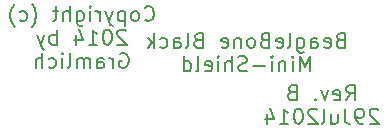
<source format=gbo>
%FSLAX34Y34*%
G04 Gerber Fmt 3.4, Leading zero omitted, Abs format*
G04 (created by PCBNEW (2014-jan-25)-product) date Tue 29 Jul 2014 10:47:11 AM PDT*
%MOIN*%
G01*
G70*
G90*
G04 APERTURE LIST*
%ADD10C,0.003937*%
%ADD11C,0.008000*%
G04 APERTURE END LIST*
G54D10*
G54D11*
X41595Y-53648D02*
X41619Y-53672D01*
X41690Y-53696D01*
X41738Y-53696D01*
X41809Y-53672D01*
X41857Y-53624D01*
X41880Y-53577D01*
X41904Y-53481D01*
X41904Y-53410D01*
X41880Y-53315D01*
X41857Y-53267D01*
X41809Y-53220D01*
X41738Y-53196D01*
X41690Y-53196D01*
X41619Y-53220D01*
X41595Y-53243D01*
X41309Y-53696D02*
X41357Y-53672D01*
X41380Y-53648D01*
X41404Y-53600D01*
X41404Y-53458D01*
X41380Y-53410D01*
X41357Y-53386D01*
X41309Y-53362D01*
X41238Y-53362D01*
X41190Y-53386D01*
X41166Y-53410D01*
X41142Y-53458D01*
X41142Y-53600D01*
X41166Y-53648D01*
X41190Y-53672D01*
X41238Y-53696D01*
X41309Y-53696D01*
X40928Y-53362D02*
X40928Y-53862D01*
X40928Y-53386D02*
X40880Y-53362D01*
X40785Y-53362D01*
X40738Y-53386D01*
X40714Y-53410D01*
X40690Y-53458D01*
X40690Y-53600D01*
X40714Y-53648D01*
X40738Y-53672D01*
X40785Y-53696D01*
X40880Y-53696D01*
X40928Y-53672D01*
X40523Y-53362D02*
X40404Y-53696D01*
X40285Y-53362D02*
X40404Y-53696D01*
X40452Y-53815D01*
X40476Y-53839D01*
X40523Y-53862D01*
X40095Y-53696D02*
X40095Y-53362D01*
X40095Y-53458D02*
X40071Y-53410D01*
X40047Y-53386D01*
X39999Y-53362D01*
X39952Y-53362D01*
X39785Y-53696D02*
X39785Y-53362D01*
X39785Y-53196D02*
X39809Y-53220D01*
X39785Y-53243D01*
X39761Y-53220D01*
X39785Y-53196D01*
X39785Y-53243D01*
X39333Y-53362D02*
X39333Y-53767D01*
X39357Y-53815D01*
X39380Y-53839D01*
X39428Y-53862D01*
X39500Y-53862D01*
X39547Y-53839D01*
X39333Y-53672D02*
X39380Y-53696D01*
X39476Y-53696D01*
X39523Y-53672D01*
X39547Y-53648D01*
X39571Y-53600D01*
X39571Y-53458D01*
X39547Y-53410D01*
X39523Y-53386D01*
X39476Y-53362D01*
X39380Y-53362D01*
X39333Y-53386D01*
X39095Y-53696D02*
X39095Y-53196D01*
X38880Y-53696D02*
X38880Y-53434D01*
X38904Y-53386D01*
X38952Y-53362D01*
X39023Y-53362D01*
X39071Y-53386D01*
X39095Y-53410D01*
X38714Y-53362D02*
X38523Y-53362D01*
X38642Y-53196D02*
X38642Y-53624D01*
X38619Y-53672D01*
X38571Y-53696D01*
X38523Y-53696D01*
X37833Y-53886D02*
X37857Y-53862D01*
X37904Y-53791D01*
X37928Y-53743D01*
X37952Y-53672D01*
X37976Y-53553D01*
X37976Y-53458D01*
X37952Y-53339D01*
X37928Y-53267D01*
X37904Y-53220D01*
X37857Y-53148D01*
X37833Y-53124D01*
X37428Y-53672D02*
X37476Y-53696D01*
X37571Y-53696D01*
X37619Y-53672D01*
X37642Y-53648D01*
X37666Y-53600D01*
X37666Y-53458D01*
X37642Y-53410D01*
X37619Y-53386D01*
X37571Y-53362D01*
X37476Y-53362D01*
X37428Y-53386D01*
X37261Y-53886D02*
X37238Y-53862D01*
X37190Y-53791D01*
X37166Y-53743D01*
X37142Y-53672D01*
X37119Y-53553D01*
X37119Y-53458D01*
X37142Y-53339D01*
X37166Y-53267D01*
X37190Y-53220D01*
X37238Y-53148D01*
X37261Y-53124D01*
X40964Y-54023D02*
X40940Y-54000D01*
X40892Y-53976D01*
X40773Y-53976D01*
X40726Y-54000D01*
X40702Y-54023D01*
X40678Y-54071D01*
X40678Y-54119D01*
X40702Y-54190D01*
X40988Y-54476D01*
X40678Y-54476D01*
X40369Y-53976D02*
X40321Y-53976D01*
X40273Y-54000D01*
X40250Y-54023D01*
X40226Y-54071D01*
X40202Y-54166D01*
X40202Y-54285D01*
X40226Y-54380D01*
X40250Y-54428D01*
X40273Y-54452D01*
X40321Y-54476D01*
X40369Y-54476D01*
X40416Y-54452D01*
X40440Y-54428D01*
X40464Y-54380D01*
X40488Y-54285D01*
X40488Y-54166D01*
X40464Y-54071D01*
X40440Y-54023D01*
X40416Y-54000D01*
X40369Y-53976D01*
X39726Y-54476D02*
X40011Y-54476D01*
X39869Y-54476D02*
X39869Y-53976D01*
X39916Y-54047D01*
X39964Y-54095D01*
X40011Y-54119D01*
X39297Y-54142D02*
X39297Y-54476D01*
X39416Y-53952D02*
X39535Y-54309D01*
X39226Y-54309D01*
X38654Y-54476D02*
X38654Y-53976D01*
X38654Y-54166D02*
X38607Y-54142D01*
X38511Y-54142D01*
X38464Y-54166D01*
X38440Y-54190D01*
X38416Y-54238D01*
X38416Y-54380D01*
X38440Y-54428D01*
X38464Y-54452D01*
X38511Y-54476D01*
X38607Y-54476D01*
X38654Y-54452D01*
X38249Y-54142D02*
X38130Y-54476D01*
X38011Y-54142D02*
X38130Y-54476D01*
X38178Y-54595D01*
X38202Y-54619D01*
X38249Y-54642D01*
X40773Y-54780D02*
X40821Y-54756D01*
X40892Y-54756D01*
X40964Y-54780D01*
X41011Y-54827D01*
X41035Y-54875D01*
X41059Y-54970D01*
X41059Y-55041D01*
X41035Y-55137D01*
X41011Y-55184D01*
X40964Y-55232D01*
X40892Y-55256D01*
X40845Y-55256D01*
X40773Y-55232D01*
X40750Y-55208D01*
X40750Y-55041D01*
X40845Y-55041D01*
X40535Y-55256D02*
X40535Y-54922D01*
X40535Y-55018D02*
X40511Y-54970D01*
X40488Y-54946D01*
X40440Y-54922D01*
X40392Y-54922D01*
X40011Y-55256D02*
X40011Y-54994D01*
X40035Y-54946D01*
X40083Y-54922D01*
X40178Y-54922D01*
X40226Y-54946D01*
X40011Y-55232D02*
X40059Y-55256D01*
X40178Y-55256D01*
X40226Y-55232D01*
X40250Y-55184D01*
X40250Y-55137D01*
X40226Y-55089D01*
X40178Y-55065D01*
X40059Y-55065D01*
X40011Y-55041D01*
X39773Y-55256D02*
X39773Y-54922D01*
X39773Y-54970D02*
X39750Y-54946D01*
X39702Y-54922D01*
X39630Y-54922D01*
X39583Y-54946D01*
X39559Y-54994D01*
X39559Y-55256D01*
X39559Y-54994D02*
X39535Y-54946D01*
X39488Y-54922D01*
X39416Y-54922D01*
X39369Y-54946D01*
X39345Y-54994D01*
X39345Y-55256D01*
X39035Y-55256D02*
X39083Y-55232D01*
X39107Y-55184D01*
X39107Y-54756D01*
X38845Y-55256D02*
X38845Y-54922D01*
X38845Y-54756D02*
X38869Y-54780D01*
X38845Y-54803D01*
X38821Y-54780D01*
X38845Y-54756D01*
X38845Y-54803D01*
X38392Y-55232D02*
X38440Y-55256D01*
X38535Y-55256D01*
X38583Y-55232D01*
X38607Y-55208D01*
X38630Y-55160D01*
X38630Y-55018D01*
X38607Y-54970D01*
X38583Y-54946D01*
X38535Y-54922D01*
X38440Y-54922D01*
X38392Y-54946D01*
X38178Y-55256D02*
X38178Y-54756D01*
X37964Y-55256D02*
X37964Y-54994D01*
X37988Y-54946D01*
X38035Y-54922D01*
X38107Y-54922D01*
X38154Y-54946D01*
X38178Y-54970D01*
X48309Y-56336D02*
X48476Y-56098D01*
X48595Y-56336D02*
X48595Y-55836D01*
X48404Y-55836D01*
X48357Y-55860D01*
X48333Y-55883D01*
X48309Y-55931D01*
X48309Y-56002D01*
X48333Y-56050D01*
X48357Y-56074D01*
X48404Y-56098D01*
X48595Y-56098D01*
X47904Y-56312D02*
X47952Y-56336D01*
X48047Y-56336D01*
X48095Y-56312D01*
X48119Y-56264D01*
X48119Y-56074D01*
X48095Y-56026D01*
X48047Y-56002D01*
X47952Y-56002D01*
X47904Y-56026D01*
X47880Y-56074D01*
X47880Y-56121D01*
X48119Y-56169D01*
X47714Y-56002D02*
X47595Y-56336D01*
X47476Y-56002D01*
X47285Y-56288D02*
X47261Y-56312D01*
X47285Y-56336D01*
X47309Y-56312D01*
X47285Y-56288D01*
X47285Y-56336D01*
X46500Y-56074D02*
X46428Y-56098D01*
X46404Y-56121D01*
X46380Y-56169D01*
X46380Y-56240D01*
X46404Y-56288D01*
X46428Y-56312D01*
X46476Y-56336D01*
X46666Y-56336D01*
X46666Y-55836D01*
X46500Y-55836D01*
X46452Y-55860D01*
X46428Y-55883D01*
X46404Y-55931D01*
X46404Y-55979D01*
X46428Y-56026D01*
X46452Y-56050D01*
X46500Y-56074D01*
X46666Y-56074D01*
X49380Y-56663D02*
X49357Y-56640D01*
X49309Y-56616D01*
X49190Y-56616D01*
X49142Y-56640D01*
X49119Y-56663D01*
X49095Y-56711D01*
X49095Y-56759D01*
X49119Y-56830D01*
X49404Y-57116D01*
X49095Y-57116D01*
X48857Y-57116D02*
X48761Y-57116D01*
X48714Y-57092D01*
X48690Y-57068D01*
X48642Y-56997D01*
X48619Y-56901D01*
X48619Y-56711D01*
X48642Y-56663D01*
X48666Y-56640D01*
X48714Y-56616D01*
X48809Y-56616D01*
X48857Y-56640D01*
X48880Y-56663D01*
X48904Y-56711D01*
X48904Y-56830D01*
X48880Y-56878D01*
X48857Y-56901D01*
X48809Y-56925D01*
X48714Y-56925D01*
X48666Y-56901D01*
X48642Y-56878D01*
X48619Y-56830D01*
X48261Y-56616D02*
X48261Y-56973D01*
X48285Y-57044D01*
X48333Y-57092D01*
X48404Y-57116D01*
X48452Y-57116D01*
X47809Y-56782D02*
X47809Y-57116D01*
X48023Y-56782D02*
X48023Y-57044D01*
X48000Y-57092D01*
X47952Y-57116D01*
X47880Y-57116D01*
X47833Y-57092D01*
X47809Y-57068D01*
X47499Y-57116D02*
X47547Y-57092D01*
X47571Y-57044D01*
X47571Y-56616D01*
X47333Y-56663D02*
X47309Y-56640D01*
X47261Y-56616D01*
X47142Y-56616D01*
X47095Y-56640D01*
X47071Y-56663D01*
X47047Y-56711D01*
X47047Y-56759D01*
X47071Y-56830D01*
X47357Y-57116D01*
X47047Y-57116D01*
X46738Y-56616D02*
X46690Y-56616D01*
X46642Y-56640D01*
X46619Y-56663D01*
X46595Y-56711D01*
X46571Y-56806D01*
X46571Y-56925D01*
X46595Y-57020D01*
X46619Y-57068D01*
X46642Y-57092D01*
X46690Y-57116D01*
X46738Y-57116D01*
X46785Y-57092D01*
X46809Y-57068D01*
X46833Y-57020D01*
X46857Y-56925D01*
X46857Y-56806D01*
X46833Y-56711D01*
X46809Y-56663D01*
X46785Y-56640D01*
X46738Y-56616D01*
X46095Y-57116D02*
X46380Y-57116D01*
X46238Y-57116D02*
X46238Y-56616D01*
X46285Y-56687D01*
X46333Y-56735D01*
X46380Y-56759D01*
X45666Y-56782D02*
X45666Y-57116D01*
X45785Y-56592D02*
X45904Y-56949D01*
X45595Y-56949D01*
X48107Y-54324D02*
X48035Y-54348D01*
X48011Y-54371D01*
X47988Y-54419D01*
X47988Y-54490D01*
X48011Y-54538D01*
X48035Y-54562D01*
X48083Y-54586D01*
X48273Y-54586D01*
X48273Y-54086D01*
X48107Y-54086D01*
X48059Y-54110D01*
X48035Y-54133D01*
X48011Y-54181D01*
X48011Y-54229D01*
X48035Y-54276D01*
X48059Y-54300D01*
X48107Y-54324D01*
X48273Y-54324D01*
X47583Y-54562D02*
X47630Y-54586D01*
X47726Y-54586D01*
X47773Y-54562D01*
X47797Y-54514D01*
X47797Y-54324D01*
X47773Y-54276D01*
X47726Y-54252D01*
X47630Y-54252D01*
X47583Y-54276D01*
X47559Y-54324D01*
X47559Y-54371D01*
X47797Y-54419D01*
X47130Y-54586D02*
X47130Y-54324D01*
X47154Y-54276D01*
X47202Y-54252D01*
X47297Y-54252D01*
X47345Y-54276D01*
X47130Y-54562D02*
X47178Y-54586D01*
X47297Y-54586D01*
X47345Y-54562D01*
X47369Y-54514D01*
X47369Y-54467D01*
X47345Y-54419D01*
X47297Y-54395D01*
X47178Y-54395D01*
X47130Y-54371D01*
X46678Y-54252D02*
X46678Y-54657D01*
X46702Y-54705D01*
X46726Y-54729D01*
X46773Y-54752D01*
X46845Y-54752D01*
X46892Y-54729D01*
X46678Y-54562D02*
X46726Y-54586D01*
X46821Y-54586D01*
X46869Y-54562D01*
X46892Y-54538D01*
X46916Y-54490D01*
X46916Y-54348D01*
X46892Y-54300D01*
X46869Y-54276D01*
X46821Y-54252D01*
X46726Y-54252D01*
X46678Y-54276D01*
X46369Y-54586D02*
X46416Y-54562D01*
X46440Y-54514D01*
X46440Y-54086D01*
X45988Y-54562D02*
X46035Y-54586D01*
X46130Y-54586D01*
X46178Y-54562D01*
X46202Y-54514D01*
X46202Y-54324D01*
X46178Y-54276D01*
X46130Y-54252D01*
X46035Y-54252D01*
X45988Y-54276D01*
X45964Y-54324D01*
X45964Y-54371D01*
X46202Y-54419D01*
X45583Y-54324D02*
X45511Y-54348D01*
X45488Y-54371D01*
X45464Y-54419D01*
X45464Y-54490D01*
X45488Y-54538D01*
X45511Y-54562D01*
X45559Y-54586D01*
X45750Y-54586D01*
X45750Y-54086D01*
X45583Y-54086D01*
X45535Y-54110D01*
X45511Y-54133D01*
X45488Y-54181D01*
X45488Y-54229D01*
X45511Y-54276D01*
X45535Y-54300D01*
X45583Y-54324D01*
X45750Y-54324D01*
X45178Y-54586D02*
X45226Y-54562D01*
X45250Y-54538D01*
X45273Y-54490D01*
X45273Y-54348D01*
X45250Y-54300D01*
X45226Y-54276D01*
X45178Y-54252D01*
X45107Y-54252D01*
X45059Y-54276D01*
X45035Y-54300D01*
X45011Y-54348D01*
X45011Y-54490D01*
X45035Y-54538D01*
X45059Y-54562D01*
X45107Y-54586D01*
X45178Y-54586D01*
X44797Y-54252D02*
X44797Y-54586D01*
X44797Y-54300D02*
X44773Y-54276D01*
X44726Y-54252D01*
X44654Y-54252D01*
X44607Y-54276D01*
X44583Y-54324D01*
X44583Y-54586D01*
X44154Y-54562D02*
X44202Y-54586D01*
X44297Y-54586D01*
X44345Y-54562D01*
X44369Y-54514D01*
X44369Y-54324D01*
X44345Y-54276D01*
X44297Y-54252D01*
X44202Y-54252D01*
X44154Y-54276D01*
X44130Y-54324D01*
X44130Y-54371D01*
X44369Y-54419D01*
X43369Y-54324D02*
X43297Y-54348D01*
X43273Y-54371D01*
X43250Y-54419D01*
X43250Y-54490D01*
X43273Y-54538D01*
X43297Y-54562D01*
X43345Y-54586D01*
X43535Y-54586D01*
X43535Y-54086D01*
X43369Y-54086D01*
X43321Y-54110D01*
X43297Y-54133D01*
X43273Y-54181D01*
X43273Y-54229D01*
X43297Y-54276D01*
X43321Y-54300D01*
X43369Y-54324D01*
X43535Y-54324D01*
X42964Y-54586D02*
X43011Y-54562D01*
X43035Y-54514D01*
X43035Y-54086D01*
X42559Y-54586D02*
X42559Y-54324D01*
X42583Y-54276D01*
X42630Y-54252D01*
X42726Y-54252D01*
X42773Y-54276D01*
X42559Y-54562D02*
X42607Y-54586D01*
X42726Y-54586D01*
X42773Y-54562D01*
X42797Y-54514D01*
X42797Y-54467D01*
X42773Y-54419D01*
X42726Y-54395D01*
X42607Y-54395D01*
X42559Y-54371D01*
X42107Y-54562D02*
X42154Y-54586D01*
X42249Y-54586D01*
X42297Y-54562D01*
X42321Y-54538D01*
X42345Y-54490D01*
X42345Y-54348D01*
X42321Y-54300D01*
X42297Y-54276D01*
X42249Y-54252D01*
X42154Y-54252D01*
X42107Y-54276D01*
X41892Y-54586D02*
X41892Y-54086D01*
X41845Y-54395D02*
X41702Y-54586D01*
X41702Y-54252D02*
X41892Y-54443D01*
X47095Y-55366D02*
X47095Y-54866D01*
X46928Y-55223D01*
X46761Y-54866D01*
X46761Y-55366D01*
X46523Y-55366D02*
X46523Y-55032D01*
X46523Y-54866D02*
X46547Y-54890D01*
X46523Y-54913D01*
X46500Y-54890D01*
X46523Y-54866D01*
X46523Y-54913D01*
X46285Y-55032D02*
X46285Y-55366D01*
X46285Y-55080D02*
X46261Y-55056D01*
X46214Y-55032D01*
X46142Y-55032D01*
X46095Y-55056D01*
X46071Y-55104D01*
X46071Y-55366D01*
X45833Y-55366D02*
X45833Y-55032D01*
X45833Y-54866D02*
X45857Y-54890D01*
X45833Y-54913D01*
X45809Y-54890D01*
X45833Y-54866D01*
X45833Y-54913D01*
X45595Y-55175D02*
X45214Y-55175D01*
X44999Y-55342D02*
X44928Y-55366D01*
X44809Y-55366D01*
X44761Y-55342D01*
X44738Y-55318D01*
X44714Y-55270D01*
X44714Y-55223D01*
X44738Y-55175D01*
X44761Y-55151D01*
X44809Y-55128D01*
X44904Y-55104D01*
X44952Y-55080D01*
X44976Y-55056D01*
X44999Y-55009D01*
X44999Y-54961D01*
X44976Y-54913D01*
X44952Y-54890D01*
X44904Y-54866D01*
X44785Y-54866D01*
X44714Y-54890D01*
X44499Y-55366D02*
X44499Y-54866D01*
X44285Y-55366D02*
X44285Y-55104D01*
X44309Y-55056D01*
X44357Y-55032D01*
X44428Y-55032D01*
X44476Y-55056D01*
X44499Y-55080D01*
X44047Y-55366D02*
X44047Y-55032D01*
X44047Y-54866D02*
X44071Y-54890D01*
X44047Y-54913D01*
X44023Y-54890D01*
X44047Y-54866D01*
X44047Y-54913D01*
X43619Y-55342D02*
X43666Y-55366D01*
X43761Y-55366D01*
X43809Y-55342D01*
X43833Y-55294D01*
X43833Y-55104D01*
X43809Y-55056D01*
X43761Y-55032D01*
X43666Y-55032D01*
X43619Y-55056D01*
X43595Y-55104D01*
X43595Y-55151D01*
X43833Y-55199D01*
X43309Y-55366D02*
X43357Y-55342D01*
X43380Y-55294D01*
X43380Y-54866D01*
X42904Y-55366D02*
X42904Y-54866D01*
X42904Y-55342D02*
X42952Y-55366D01*
X43047Y-55366D01*
X43095Y-55342D01*
X43119Y-55318D01*
X43142Y-55270D01*
X43142Y-55128D01*
X43119Y-55080D01*
X43095Y-55056D01*
X43047Y-55032D01*
X42952Y-55032D01*
X42904Y-55056D01*
M02*

</source>
